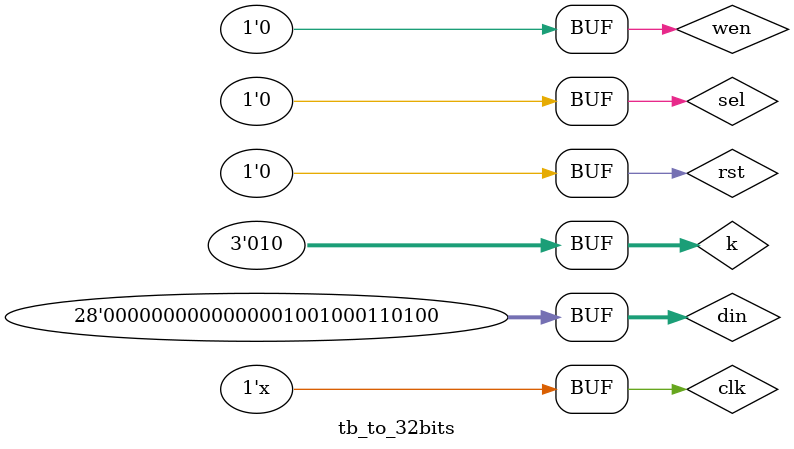
<source format=v>
`timescale 1ns / 1ns

module tb_to_32bits();

reg clk, rst;
reg sel;
reg wen;
reg [2:0] k;
reg [27:0] din;
wire [31:0] dout;
wire valid;

always #5 clk = ~clk;
initial begin
	#0 clk = 1'h 0;
	rst = 1'h 0;	
	wen = 1'h 0;
	
	 sel = 1'h 0;
     k = 3'h 2;
	 #10 rst = 1'h 1;
	 #10 rst = 1'h 0;
	 #30 wen = 1'h 1;
	 #0 din = 22'h 12345;
	 #10 din = 22'h 23456;
	 #10 din = 22'h 34567;
	 #10 din = 22'h 45678;
	 #10 din = 22'h 56789;
	 #10 din = 22'h 6789a;
	 #10 din = 22'h 789ab;
	 #10 din = 22'h 89abc;
	 #10 din = 22'h 9abcd;
	 #10 din = 22'h abcde;
	 #10 din = 22'h bcdef;
	 #10 din = 22'h cdef0;
	 #10 din = 22'h def01;
	 #10 din = 22'h ef012;
	 #10 din = 22'h f0123;
	 #10 din = 22'h 01234;
	 #10 wen = 1'h 0;

	// sel = 1'h 0;
	// k = 3'h 4;
	// #10 rst = 1'h 1;
	// #10 rst = 1'h 0;
	// #30 wen = 1'h 1;
	// #0 din = 22'h 048d15;
	// #10 din = 22'h 2789ab;
	// #10 din = 22'h 337bc4;
	// #10 din = 22'h 234567;
	// #10 din = 22'h 226af3;
	// #10 din = 22'h 1ef123;
	// #10 din = 22'h 1159e2;
	// #10 din = 22'h 1abcde;
	// #10 din = 22'h 3c48d1;
	// #10 din = 22'h 16789a;
	// #10 din = 22'h 2f37bc;
	// #10 din = 22'h 123456;
	// #10 din = 22'h 1e26af;
	// #10 din = 22'h 0def12;
	// #10 din = 22'h 0d159e;
	// #10 din = 22'h 09abcd;
	// #10 wen = 1'h 0;
	
	// sel = 1'h 1;
	// k = 3'h 2;
	// #10 rst = 1'h 1;
	// #10 rst = 1'h 0;
	// #30 wen = 1'h 1;
	// #0 din = 22'h 00;
	// #10 din = 22'h 12;
	// #10 din = 22'h 0d;
	// #10 din = 22'h 05;
	// #10 din = 22'h 19;
	// #10 din = 22'h 38;
	// #10 din = 22'h 26;
	// #10 din = 22'h 2b;
	// #10 din = 22'h 33;
	// #10 din = 22'h 1e;
	// #10 din = 22'h 3c;
	// #10 din = 22'h 01;
	// #10 din = 22'h 08;
	// #10 din = 22'h 34;
	// #10 din = 22'h 15;
	// #10 din = 22'h 27;
	// #10 wen = 1'h 0;

	// sel = 1'h 1;
	// k = 3'h 3;
	// #10 rst = 1'h 1;
	// #10 rst = 1'h 0;
	// #30 wen = 1'h 1;
	// #0 din = 22'h 01;
	// #10 din = 22'h 23;
	// #10 din = 22'h 45;
	// #10 din = 22'h 67;
	// #10 din = 22'h 89;
	// #10 din = 22'h ab;
	// #10 din = 22'h cd;
	// #10 din = 22'h ef;
	// #10 din = 22'h 01;
	// #10 din = 22'h 23;
	// #10 din = 22'h 45;
	// #10 din = 22'h 67;
	// #10 din = 22'h 89;
	// #10 din = 22'h ab;
	// #10 din = 22'h cd;
	// #10 din = 22'h ef;
	// #10 wen = 1'h 0;

	// sel = 1'h 1;
	// k = 3'h 4;
	// #10 rst = 1'h 1;
	// #10 rst = 1'h 0;
	// #30 wen = 1'h 1;
	// #0 din = 22'h 048;
	// #10 din = 22'h 345;
	// #10 din = 22'h 19e;
	// #10 din = 22'h 09a;
	// #10 din = 22'h 2f3;
	// #10 din = 22'h 1ef;
	// #10 din = 22'h 048;
	// #10 din = 22'h 345;
	// #10 din = 22'h 19e;
	// #10 din = 22'h 09a;
	// #10 din = 22'h 2f3;
	// #10 din = 22'h 1ef;
	// #10 din = 22'h 048;
	// #10 din = 22'h 345;
	// #10 din = 22'h 19e;
	// #10 din = 22'h 09a;
	// #10 wen = 1'h 0;

end

_to_32bits_v2 u(
.clk(clk),
.rst(rst),
.din(din),
.wen(wen),
.k(k),
.sel(sel),
.dout(dout),
.valid(valid)
);

endmodule

</source>
